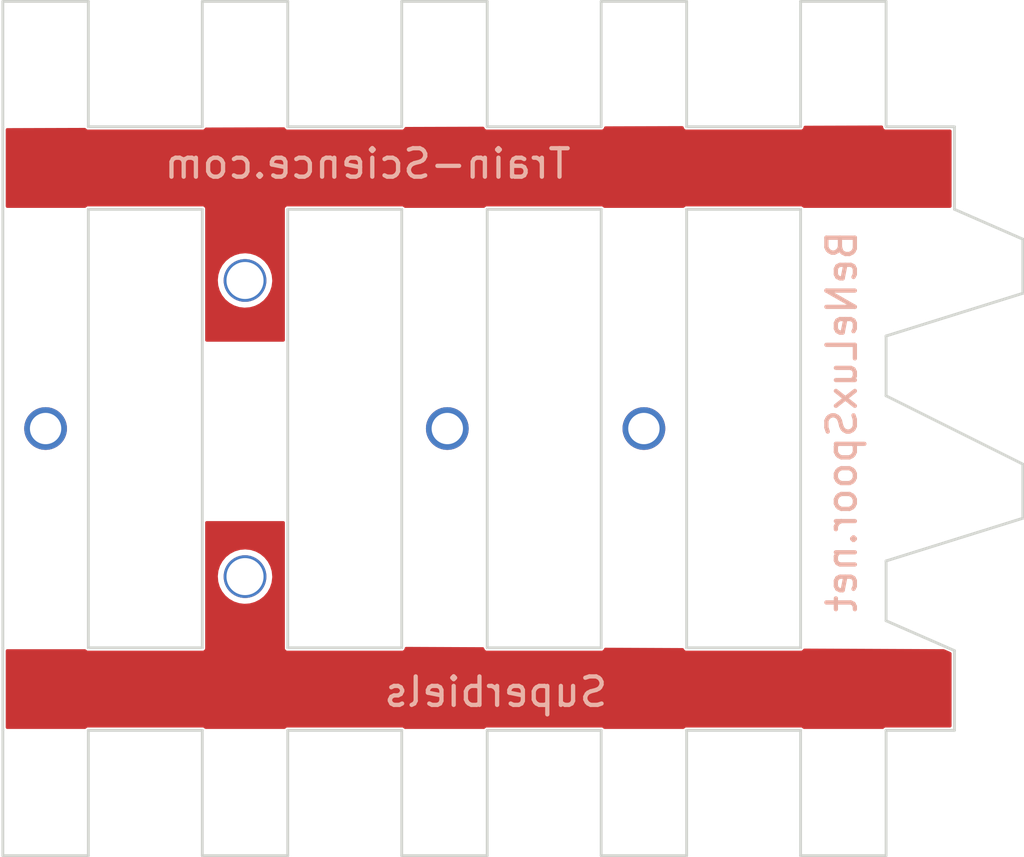
<source format=kicad_pcb>
(kicad_pcb (version 20211014) (generator pcbnew)

  (general
    (thickness 1.6)
  )

  (paper "A4")
  (layers
    (0 "F.Cu" signal)
    (31 "B.Cu" signal)
    (32 "B.Adhes" user "B.Adhesive")
    (33 "F.Adhes" user "F.Adhesive")
    (34 "B.Paste" user)
    (35 "F.Paste" user)
    (36 "B.SilkS" user "B.Silkscreen")
    (37 "F.SilkS" user "F.Silkscreen")
    (38 "B.Mask" user)
    (39 "F.Mask" user)
    (40 "Dwgs.User" user "User.Drawings")
    (41 "Cmts.User" user "User.Comments")
    (42 "Eco1.User" user "User.Eco1")
    (43 "Eco2.User" user "User.Eco2")
    (44 "Edge.Cuts" user)
    (45 "Margin" user)
    (46 "B.CrtYd" user "B.Courtyard")
    (47 "F.CrtYd" user "F.Courtyard")
    (48 "B.Fab" user)
    (49 "F.Fab" user)
    (50 "User.1" user)
    (51 "User.2" user)
    (52 "User.3" user)
    (53 "User.4" user)
    (54 "User.5" user)
    (55 "User.6" user)
    (56 "User.7" user)
    (57 "User.8" user)
    (58 "User.9" user)
  )

  (setup
    (pad_to_mask_clearance 0)
    (pcbplotparams
      (layerselection 0x00010fc_ffffffff)
      (disableapertmacros false)
      (usegerberextensions false)
      (usegerberattributes true)
      (usegerberadvancedattributes true)
      (creategerberjobfile true)
      (svguseinch false)
      (svgprecision 6)
      (excludeedgelayer true)
      (plotframeref false)
      (viasonmask false)
      (mode 1)
      (useauxorigin false)
      (hpglpennumber 1)
      (hpglpenspeed 20)
      (hpglpendiameter 15.000000)
      (dxfpolygonmode true)
      (dxfimperialunits true)
      (dxfusepcbnewfont true)
      (psnegative false)
      (psa4output false)
      (plotreference true)
      (plotvalue true)
      (plotinvisibletext false)
      (sketchpadsonfab false)
      (subtractmaskfromsilk false)
      (outputformat 1)
      (mirror false)
      (drillshape 1)
      (scaleselection 1)
      (outputdirectory "")
    )
  )

  (net 0 "")

  (gr_line (start 48.1 63.45) (end 48.1 48.05) (layer "Edge.Cuts") (width 0.1) (tstamp 003905e4-01fb-428b-b339-f16b2059c24b))
  (gr_line (start 48.1 70.75) (end 48.1 66.35) (layer "Edge.Cuts") (width 0.1) (tstamp 018ad820-341b-4f9b-85da-dc77325a8a9e))
  (gr_line (start 66.1 66.35) (end 62.1 66.35) (layer "Edge.Cuts") (width 0.1) (tstamp 0bec0509-18d3-446f-904e-26749f47c245))
  (gr_line (start 52.1 63.45) (end 48.1 63.45) (layer "Edge.Cuts") (width 0.1) (tstamp 0dc4b647-25ca-4c93-b06f-3c8804aad3c5))
  (gr_line (start 45.1 40.75) (end 45.1 45.15) (layer "Edge.Cuts") (width 0.1) (tstamp 12b96a46-3680-40a5-ad79-acf818a2fbb4))
  (gr_line (start 80.9 49.1) (end 78.5 48.05) (layer "Edge.Cuts") (width 0.1) (tstamp 1827d11c-71d2-4d10-bf59-c0c8579e95ef))
  (gr_line (start 62.1 63.45) (end 62.1 48.05) (layer "Edge.Cuts") (width 0.1) (tstamp 18764b6c-f451-4cbb-a3bd-530dbc843024))
  (gr_line (start 59.1 66.35) (end 55.1 66.35) (layer "Edge.Cuts") (width 0.1) (tstamp 190a44c3-2f4b-4010-91eb-2dc1753f7a6a))
  (gr_line (start 73.1 66.35) (end 69.1 66.35) (layer "Edge.Cuts") (width 0.1) (tstamp 22baf77a-eb9f-415a-9d7b-fa005dacd974))
  (gr_line (start 59.1 63.45) (end 59.1 48.05) (layer "Edge.Cuts") (width 0.1) (tstamp 25f46495-d7b6-4f20-8c3f-df1a8bdc6b59))
  (gr_line (start 76.1 60.4) (end 76.1 62.5) (layer "Edge.Cuts") (width 0.1) (tstamp 2b6268c4-71ed-42e5-96ed-a030dc7fb64b))
  (gr_line (start 52.1 40.75) (end 55.1 40.75) (layer "Edge.Cuts") (width 0.1) (tstamp 2e23abce-7e8b-40a4-a00f-ed7325b758ca))
  (gr_line (start 48.1 70.75) (end 45.1 70.75) (layer "Edge.Cuts") (width 0.1) (tstamp 2f3308a5-1b59-472e-bca8-b26c6003ff75))
  (gr_line (start 76.1 60.4) (end 80.9 58.9) (layer "Edge.Cuts") (width 0.1) (tstamp 3563a4ec-064b-4cbe-bf24-3a28ae307415))
  (gr_line (start 45.1 66.35) (end 45.1 63.45) (layer "Edge.Cuts") (width 0.1) (tstamp 369aa28f-8c00-4916-abb6-15658984cd6d))
  (gr_line (start 66.1 70.75) (end 66.1 66.35) (layer "Edge.Cuts") (width 0.1) (tstamp 375caf9c-1e82-448e-90b6-920008732b92))
  (gr_line (start 78.5 63.55) (end 78.5 66.35) (layer "Edge.Cuts") (width 0.1) (tstamp 3a07dff8-6f98-4ef0-af88-da78135a5e95))
  (gr_line (start 45.1 40.75) (end 48.1 40.75) (layer "Edge.Cuts") (width 0.1) (tstamp 3df21dad-7f1f-4685-9671-f09828a7ba54))
  (gr_line (start 78.5 45.15) (end 78.5 48.05) (layer "Edge.Cuts") (width 0.1) (tstamp 3eed3bea-dde3-4b9e-a8ce-c8b1a530ff10))
  (gr_line (start 52.1 63.45) (end 52.1 48.05) (layer "Edge.Cuts") (width 0.1) (tstamp 47f108f8-c777-493c-bacb-84f33ae77313))
  (gr_line (start 52.1 66.35) (end 48.1 66.35) (layer "Edge.Cuts") (width 0.1) (tstamp 4a0a2835-8d81-4a69-8a89-baf1a2176942))
  (gr_line (start 62.1 40.75) (end 62.1 45.15) (layer "Edge.Cuts") (width 0.1) (tstamp 4a26786e-7f55-4362-82be-4ceb3c1bde12))
  (gr_line (start 69.1 63.45) (end 69.1 48.05) (layer "Edge.Cuts") (width 0.1) (tstamp 4c7dd28b-1537-42bd-b056-ed1c8f175de1))
  (gr_line (start 76.1 70.75) (end 76.1 66.35) (layer "Edge.Cuts") (width 0.1) (tstamp 4cfcc2e7-05aa-4bf0-8bc3-09cf1e555d8d))
  (gr_line (start 55.1 63.45) (end 55.1 48.05) (layer "Edge.Cuts") (width 0.1) (tstamp 4d3d4e32-a6d8-4b88-89ae-37fd785e719a))
  (gr_line (start 76.1 52.5) (end 76.1 54.6) (layer "Edge.Cuts") (width 0.1) (tstamp 4d481525-fc8e-40f3-b82a-caa5bbec55cf))
  (gr_line (start 59.1 48.05) (end 55.1 48.05) (layer "Edge.Cuts") (width 0.1) (tstamp 4d7a2c1e-a730-4381-8ef0-7e9ed5131555))
  (gr_line (start 69.1 70.75) (end 66.1 70.75) (layer "Edge.Cuts") (width 0.1) (tstamp 52870d4a-56ff-4b2a-9f6f-bb78d04ab6d6))
  (gr_line (start 69.1 45.15) (end 73.1 45.15) (layer "Edge.Cuts") (width 0.1) (tstamp 55723b91-ef42-4ac0-968e-3155968bce5a))
  (gr_line (start 59.1 70.75) (end 59.1 66.35) (layer "Edge.Cuts") (width 0.1) (tstamp 56bf956e-ea25-439c-991d-16ce38ded269))
  (gr_line (start 48.1 45.15) (end 52.1 45.15) (layer "Edge.Cuts") (width 0.1) (tstamp 57876d64-4ba0-4062-96f1-cdd7b680ff14))
  (gr_line (start 80.9 57) (end 80.9 58.9) (layer "Edge.Cuts") (width 0.1) (tstamp 578fa415-04a4-46e7-b1a7-07fb34e0efc3))
  (gr_line (start 76.1 40.75) (end 76.1 45.15) (layer "Edge.Cuts") (width 0.1) (tstamp 57c627c7-3928-4c1a-9e8d-119af173bb58))
  (gr_line (start 80.9 57) (end 76.1 54.6) (layer "Edge.Cuts") (width 0.1) (tstamp 57f9b45c-2a59-4e6d-a05a-7733c447edc9))
  (gr_line (start 73.1 40.75) (end 76.1 40.75) (layer "Edge.Cuts") (width 0.1) (tstamp 580a96df-56d7-42ae-8319-98663793a4b5))
  (gr_line (start 55.1 40.75) (end 55.1 45.15) (layer "Edge.Cuts") (width 0.1) (tstamp 594b9326-a7f1-41aa-a8d9-80a83cbb8fa8))
  (gr_line (start 52.1 40.75) (end 52.1 45.15) (layer "Edge.Cuts") (width 0.1) (tstamp 6a7143b0-1285-44de-adf8-1b6289afde83))
  (gr_line (start 76.1 45.15) (end 78.5 45.15) (layer "Edge.Cuts") (width 0.1) (tstamp 6ad4f33a-5cb3-4114-a28e-2498356df782))
  (gr_line (start 45.1 70.75) (end 45.1 66.35) (layer "Edge.Cuts") (width 0.1) (tstamp 6ccfcd43-d8b4-486a-9d59-a063445abf6a))
  (gr_line (start 80.9 49.1) (end 80.9 51) (layer "Edge.Cuts") (width 0.1) (tstamp 6d763e35-07ef-486d-98dd-da816e9bcd8c))
  (gr_line (start 66.1 63.45) (end 66.1 48.05) (layer "Edge.Cuts") (width 0.1) (tstamp 6e1977eb-0d3a-4919-a917-26ee71d68ad1))
  (gr_line (start 45.1 48.05) (end 45.1 45.15) (layer "Edge.Cuts") (width 0.1) (tstamp 70677c97-fed8-45ef-9c09-8c4308714e06))
  (gr_line (start 66.1 48.05) (end 62.1 48.05) (layer "Edge.Cuts") (width 0.1) (tstamp 71b2b9ed-3c4d-4e9e-8945-1744314d7aac))
  (gr_line (start 59.1 40.75) (end 62.1 40.75) (layer "Edge.Cuts") (width 0.1) (tstamp 73f940a7-8464-4fc5-8f9e-eeb5b1bd1702))
  (gr_line (start 76.1 70.75) (end 73.1 70.75) (layer "Edge.Cuts") (width 0.1) (tstamp 75503e65-3eea-41ad-a6a3-9e5ae8d3bfd7))
  (gr_line (start 52.1 70.75) (end 52.1 66.35) (layer "Edge.Cuts") (width 0.1) (tstamp 7802fd8c-ab4d-44e4-b485-c6e5ebfb31ce))
  (gr_line (start 66.1 40.75) (end 69.1 40.75) (layer "Edge.Cuts") (width 0.1) (tstamp 781ca4d0-d125-44a9-98dd-516d779ed00c))
  (gr_line (start 62.1 70.75) (end 62.1 66.35) (layer "Edge.Cuts") (width 0.1) (tstamp 785f477a-e302-4069-93ff-a8bd919909d7))
  (gr_line (start 52.1 48.05) (end 48.1 48.05) (layer "Edge.Cuts") (width 0.1) (tstamp 7db74485-75fc-4694-a591-516f71837388))
  (gr_line (start 73.1 48.05) (end 69.1 48.05) (layer "Edge.Cuts") (width 0.1) (tstamp 89fb98d0-d2d7-424d-8b81-ea8405b767db))
  (gr_line (start 55.1 45.15) (end 59.1 45.15) (layer "Edge.Cuts") (width 0.1) (tstamp 8ae3dfaf-346e-4a71-b6b7-2c08c5ec7a71))
  (gr_line (start 48.1 40.75) (end 48.1 45.15) (layer "Edge.Cuts") (width 0.1) (tstamp 98e98f6f-d27e-4b79-b090-30dd99d26977))
  (gr_line (start 66.1 40.75) (end 66.1 45.15) (layer "Edge.Cuts") (width 0.1) (tstamp 9fdb35b4-c13d-4376-a950-587b68b233c7))
  (gr_line (start 69.1 40.75) (end 69.1 45.15) (layer "Edge.Cuts") (width 0.1) (tstamp a2b798e2-f732-437a-a3ca-8b90d9445e94))
  (gr_line (start 78.5 66.35) (end 76.1 66.35) (layer "Edge.Cuts") (width 0.1) (tstamp a49c994e-10cc-4fc1-85cc-a78ab6d22ca6))
  (gr_line (start 73.1 70.75) (end 73.1 66.35) (layer "Edge.Cuts") (width 0.1) (tstamp a57ada32-0bd4-418f-ad72-aaba4fe4ebd9))
  (gr_line (start 55.1 70.75) (end 52.1 70.75) (layer "Edge.Cuts") (width 0.1) (tstamp b1055e3e-3f2c-46d4-9f12-619f887a3f3c))
  (gr_line (start 55.1 70.75) (end 55.1 66.35) (layer "Edge.Cuts") (width 0.1) (tstamp b616ffb9-1225-40be-abce-25e72ee1a9f3))
  (gr_line (start 73.1 63.45) (end 69.1 63.45) (layer "Edge.Cuts") (width 0.1) (tstamp c17430b9-d73b-49eb-aca5-5bac83f79209))
  (gr_line (start 62.1 70.75) (end 59.1 70.75) (layer "Edge.Cuts") (width 0.1) (tstamp c603f7b7-70b1-4bc3-b85d-0d042d33dd9a))
  (gr_line (start 62.1 45.15) (end 66.1 45.15) (layer "Edge.Cuts") (width 0.1) (tstamp c9a5ffe9-6b8c-4a6f-9ff5-cfe8a48abafd))
  (gr_line (start 73.1 63.45) (end 73.1 48.05) (layer "Edge.Cuts") (width 0.1) (tstamp d1cc3e41-49f2-4f1b-b93e-ee52dbec70ed))
  (gr_line (start 66.1 63.45) (end 62.1 63.45) (layer "Edge.Cuts") (width 0.1) (tstamp d3136ece-c893-43e7-92bd-0b6573b38bcf))
  (gr_line (start 59.1 40.75) (end 59.1 45.15) (layer "Edge.Cuts") (width 0.1) (tstamp d6f27066-2058-4763-9b08-bbeaac20c16c))
  (gr_line (start 73.1 40.75) (end 73.1 45.15) (layer "Edge.Cuts") (width 0.1) (tstamp da00db20-76f5-4f92-9b94-3a2b8e6a3c06))
  (gr_line (start 59.1 63.45) (end 55.1 63.45) (layer "Edge.Cuts") (width 0.1) (tstamp e11442b6-92e0-4cd5-a58f-7e3639a177e7))
  (gr_line (start 69.1 70.75) (end 69.1 66.35) (layer "Edge.Cuts") (width 0.1) (tstamp e88d5563-c9d3-4be7-8ca3-fb96050a07c6))
  (gr_line (start 45.1 63.45) (end 45.1 48.05) (layer "Edge.Cuts") (width 0.1) (tstamp ea55a9b3-6b76-490a-a522-d3b5387aca23))
  (gr_line (start 76.1 52.5) (end 80.9 51) (layer "Edge.Cuts") (width 0.1) (tstamp f82663ff-9cfb-45bb-9331-a851fd28c16d))
  (gr_line (start 78.5 63.55) (end 76.1 62.5) (layer "Edge.Cuts") (width 0.1) (tstamp f8ccff42-5025-483b-ba75-d9de213ae070))
  (gr_text "Superbiels" (at 62.4 65) (layer "B.SilkS") (tstamp 712a1c17-96a2-428f-8edc-1afcf35b3da4)
    (effects (font (size 1 1) (thickness 0.15)) (justify mirror))
  )
  (gr_text "BeNeLuxSpoor.net" (at 74.55 55.5 90) (layer "B.SilkS") (tstamp e1c13750-c651-4364-bd7c-12b11fa8c459)
    (effects (font (size 1 1) (thickness 0.15)) (justify mirror))
  )
  (gr_text "Train-Science.com" (at 57.9 46.45) (layer "B.SilkS") (tstamp fcd20e74-70fc-43f8-8c83-d4791605da87)
    (effects (font (size 1 1) (thickness 0.15)) (justify mirror))
  )

  (via (at 60.7 55.75) (size 1.5) (drill 1.1) (layers "F.Cu" "B.Cu") (free) (net 0) (tstamp 3f35ae55-5fb5-4cf2-bd4c-3eeb87c22159))
  (via (at 67.6 55.75) (size 1.5) (drill 1.1) (layers "F.Cu" "B.Cu") (free) (net 0) (tstamp 4a1d7e4a-a82b-4d35-a0b8-259ccbcdc617))
  (via (at 53.6 60.95) (size 1.5) (drill 1.3) (layers "F.Cu" "B.Cu") (free) (net 0) (tstamp 60a34e88-113e-410a-89c3-7ac1f464a36e))
  (via (at 53.6 50.55) (size 1.5) (drill 1.3) (layers "F.Cu" "B.Cu") (free) (net 0) (tstamp b16f2c79-169f-4bf6-998a-daf9bf6472d9))
  (via (at 46.6 55.75) (size 1.5) (drill 1.1) (layers "F.Cu" "B.Cu") (free) (net 0) (tstamp d07a7dda-b3b0-427b-a751-d14e838abbfa))

  (zone (net 0) (net_name "") (layer "F.Cu") (tstamp 220f48a6-50ee-4c33-b0e0-dd8bca201fd8) (hatch edge 0.508)
    (connect_pads (clearance 0.1))
    (min_thickness 0.1) (filled_areas_thickness no)
    (fill yes (thermal_gap 0.2) (thermal_bridge_width 0.1))
    (polygon
      (pts
        (xy 78.6 48)
        (xy 55.1 48)
        (xy 55.1 52.7)
        (xy 52.1 52.7)
        (xy 52.1 48)
        (xy 45 48)
        (xy 45 45.2)
        (xy 45.1 45.2)
        (xy 78.5 45.1)
      )
    )
    (filled_polygon
      (layer "F.Cu")
      (island)
      (pts
        (xy 75.985044 45.121882)
        (xy 75.9995 45.156634)
        (xy 75.9995 45.182654)
        (xy 76.004061 45.188932)
        (xy 76.004062 45.188934)
        (xy 76.004776 45.189916)
        (xy 76.011734 45.203572)
        (xy 76.01211 45.204729)
        (xy 76.012111 45.20473)
        (xy 76.01451 45.212112)
        (xy 76.021774 45.21739)
        (xy 76.03261 45.228226)
        (xy 76.037888 45.23549)
        (xy 76.045269 45.237888)
        (xy 76.045271 45.23789)
        (xy 76.046428 45.238266)
        (xy 76.060084 45.245224)
        (xy 76.061066 45.245938)
        (xy 76.061068 45.245939)
        (xy 76.067346 45.2505)
        (xy 78.3505 45.2505)
        (xy 78.385148 45.264852)
        (xy 78.3995 45.2995)
        (xy 78.3995 47.951)
        (xy 78.385148 47.985648)
        (xy 78.3505 48)
        (xy 73.216293 48)
        (xy 73.185853 47.987391)
        (xy 73.185491 47.987889)
        (xy 73.183417 47.986382)
        (xy 73.183418 47.986382)
        (xy 73.178226 47.98261)
        (xy 73.167388 47.971772)
        (xy 73.162112 47.96451)
        (xy 73.154731 47.962112)
        (xy 73.154729 47.96211)
        (xy 73.153572 47.961734)
        (xy 73.139916 47.954776)
        (xy 73.138934 47.954062)
        (xy 73.138932 47.954061)
        (xy 73.132654 47.9495)
        (xy 69.067346 47.9495)
        (xy 69.061068 47.954061)
        (xy 69.061066 47.954062)
        (xy 69.060084 47.954776)
        (xy 69.046428 47.961734)
        (xy 69.045271 47.96211)
        (xy 69.045269 47.962112)
        (xy 69.037888 47.96451)
        (xy 69.032612 47.971772)
        (xy 69.021774 47.98261)
        (xy 69.017593 47.985648)
        (xy 69.014509 47.987889)
        (xy 69.013166 47.986041)
        (xy 68.991374 47.999396)
        (xy 68.983707 48)
        (xy 66.216293 48)
        (xy 66.185853 47.987391)
        (xy 66.185491 47.987889)
        (xy 66.183417 47.986382)
        (xy 66.183418 47.986382)
        (xy 66.178226 47.98261)
        (xy 66.167388 47.971772)
        (xy 66.162112 47.96451)
        (xy 66.154731 47.962112)
        (xy 66.154729 47.96211)
        (xy 66.153572 47.961734)
        (xy 66.139916 47.954776)
        (xy 66.138934 47.954062)
        (xy 66.138932 47.954061)
        (xy 66.132654 47.9495)
        (xy 62.067346 47.9495)
        (xy 62.061068 47.954061)
        (xy 62.061066 47.954062)
        (xy 62.060084 47.954776)
        (xy 62.046428 47.961734)
        (xy 62.045271 47.96211)
        (xy 62.045269 47.962112)
        (xy 62.037888 47.96451)
        (xy 62.032612 47.971772)
        (xy 62.021774 47.98261)
        (xy 62.017593 47.985648)
        (xy 62.014509 47.987889)
        (xy 62.013166 47.986041)
        (xy 61.991374 47.999396)
        (xy 61.983707 48)
        (xy 59.216293 48)
        (xy 59.185853 47.987391)
        (xy 59.185491 47.987889)
        (xy 59.183417 47.986382)
        (xy 59.183418 47.986382)
        (xy 59.178226 47.98261)
        (xy 59.167388 47.971772)
        (xy 59.162112 47.96451)
        (xy 59.154731 47.962112)
        (xy 59.154729 47.96211)
        (xy 59.153572 47.961734)
        (xy 59.139916 47.954776)
        (xy 59.138934 47.954062)
        (xy 59.138932 47.954061)
        (xy 59.132654 47.9495)
        (xy 55.067346 47.9495)
        (xy 55.061068 47.954061)
        (xy 55.061066 47.954062)
        (xy 55.060084 47.954776)
        (xy 55.046428 47.961734)
        (xy 55.045271 47.96211)
        (xy 55.045269 47.962112)
        (xy 55.037888 47.96451)
        (xy 55.032612 47.971772)
        (xy 55.021774 47.98261)
        (xy 55.01451 47.987888)
        (xy 55.012112 47.995269)
        (xy 55.01211 47.995271)
        (xy 55.011734 47.996428)
        (xy 55.004776 48.010084)
        (xy 55.004062 48.011066)
        (xy 55.004061 48.011068)
        (xy 54.9995 48.017346)
        (xy 54.9995 52.651)
        (xy 54.985148 52.685648)
        (xy 54.9505 52.7)
        (xy 52.2495 52.7)
        (xy 52.214852 52.685648)
        (xy 52.2005 52.651)
        (xy 52.2005 50.536665)
        (xy 52.644994 50.536665)
        (xy 52.645194 50.539047)
        (xy 52.645194 50.539051)
        (xy 52.646229 50.551371)
        (xy 52.660592 50.722414)
        (xy 52.711971 50.901595)
        (xy 52.713065 50.903724)
        (xy 52.713066 50.903726)
        (xy 52.763157 51.001191)
        (xy 52.797176 51.067385)
        (xy 52.798662 51.06926)
        (xy 52.798664 51.069263)
        (xy 52.899261 51.196185)
        (xy 52.912959 51.213468)
        (xy 53.054912 51.334279)
        (xy 53.217627 51.425217)
        (xy 53.261231 51.439385)
        (xy 53.392625 51.482078)
        (xy 53.392629 51.482079)
        (xy 53.394907 51.482819)
        (xy 53.579998 51.50489)
        (xy 53.672924 51.49774)
        (xy 53.763466 51.490773)
        (xy 53.763471 51.490772)
        (xy 53.765851 51.490589)
        (xy 53.945387 51.440462)
        (xy 53.947516 51.439387)
        (xy 53.94752 51.439385)
        (xy 54.109628 51.357498)
        (xy 54.111768 51.356417)
        (xy 54.258655 51.241656)
        (xy 54.380454 51.10055)
        (xy 54.398228 51.069263)
        (xy 54.471341 50.94056)
        (xy 54.472526 50.938474)
        (xy 54.48556 50.899294)
        (xy 54.530608 50.763873)
        (xy 54.531364 50.761601)
        (xy 54.554727 50.576668)
        (xy 54.555099 50.55)
        (xy 54.536909 50.364487)
        (xy 54.483033 50.18604)
        (xy 54.395522 50.021456)
        (xy 54.27771 49.877005)
        (xy 54.134085 49.758187)
        (xy 53.970116 49.669529)
        (xy 53.967831 49.668822)
        (xy 53.967827 49.66882)
        (xy 53.794336 49.615117)
        (xy 53.794337 49.615117)
        (xy 53.792049 49.614409)
        (xy 53.744652 49.609427)
        (xy 53.609051 49.595174)
        (xy 53.609046 49.595174)
        (xy 53.606668 49.594924)
        (xy 53.604283 49.595141)
        (xy 53.604278 49.595141)
        (xy 53.51385 49.603371)
        (xy 53.421032 49.611818)
        (xy 53.319284 49.641765)
        (xy 53.244513 49.663771)
        (xy 53.24451 49.663772)
        (xy 53.242214 49.664448)
        (xy 53.077023 49.750807)
        (xy 53.075159 49.752306)
        (xy 53.075157 49.752307)
        (xy 52.933617 49.866108)
        (xy 52.933614 49.866111)
        (xy 52.931752 49.867608)
        (xy 52.930213 49.869442)
        (xy 52.930212 49.869443)
        (xy 52.885666 49.922532)
        (xy 52.811935 50.010401)
        (xy 52.722135 50.173746)
        (xy 52.665772 50.351424)
        (xy 52.644994 50.536665)
        (xy 52.2005 50.536665)
        (xy 52.2005 48.017346)
        (xy 52.195939 48.011068)
        (xy 52.195938 48.011066)
        (xy 52.195224 48.010084)
        (xy 52.188266 47.996428)
        (xy 52.18789 47.995271)
        (xy 52.187888 47.995269)
        (xy 52.18549 47.987888)
        (xy 52.178226 47.98261)
        (xy 52.167388 47.971772)
        (xy 52.162112 47.96451)
        (xy 52.154731 47.962112)
        (xy 52.154729 47.96211)
        (xy 52.153572 47.961734)
        (xy 52.139916 47.954776)
        (xy 52.138934 47.954062)
        (xy 52.138932 47.954061)
        (xy 52.132654 47.9495)
        (xy 48.067346 47.9495)
        (xy 48.061068 47.954061)
        (xy 48.061066 47.954062)
        (xy 48.060084 47.954776)
        (xy 48.046428 47.961734)
        (xy 48.045271 47.96211)
        (xy 48.045269 47.962112)
        (xy 48.037888 47.96451)
        (xy 48.032612 47.971772)
        (xy 48.021774 47.98261)
        (xy 48.017593 47.985648)
        (xy 48.014509 47.987889)
        (xy 48.013166 47.986041)
        (xy 47.991374 47.999396)
        (xy 47.983707 48)
        (xy 45.2495 48)
        (xy 45.214852 47.985648)
        (xy 45.2005 47.951)
        (xy 45.2005 45.248553)
        (xy 45.214852 45.213905)
        (xy 45.249353 45.199553)
        (xy 46.097823 45.197013)
        (xy 47.977302 45.191385)
        (xy 48.011992 45.205633)
        (xy 48.012657 45.206409)
        (xy 48.01451 45.212112)
        (xy 48.021774 45.21739)
        (xy 48.03261 45.228226)
        (xy 48.037888 45.23549)
        (xy 48.045269 45.237888)
        (xy 48.045271 45.23789)
        (xy 48.046428 45.238266)
        (xy 48.060084 45.245224)
        (xy 48.061066 45.245938)
        (xy 48.061068 45.245939)
        (xy 48.067346 45.2505)
        (xy 52.132654 45.2505)
        (xy 52.138932 45.245939)
        (xy 52.138934 45.245938)
        (xy 52.139916 45.245224)
        (xy 52.153572 45.238266)
        (xy 52.154729 45.23789)
        (xy 52.154731 45.237888)
        (xy 52.162112 45.23549)
        (xy 52.16739 45.228226)
        (xy 52.178226 45.21739)
        (xy 52.18549 45.212112)
        (xy 52.187887 45.204736)
        (xy 52.192166 45.198846)
        (xy 52.224143 45.179251)
        (xy 52.23166 45.178648)
        (xy 54.965229 45.170464)
        (xy 54.99992 45.184712)
        (xy 55.011977 45.204319)
        (xy 55.012111 45.204729)
        (xy 55.01451 45.212112)
        (xy 55.021774 45.21739)
        (xy 55.03261 45.228226)
        (xy 55.037888 45.23549)
        (xy 55.045269 45.237888)
        (xy 55.045271 45.23789)
        (xy 55.046428 45.238266)
        (xy 55.060084 45.245224)
        (xy 55.061066 45.245938)
        (xy 55.061068 45.245939)
        (xy 55.067346 45.2505)
        (xy 59.132654 45.2505)
        (xy 59.138932 45.245939)
        (xy 59.138934 45.245938)
        (xy 59.139916 45.245224)
        (xy 59.153572 45.238266)
        (xy 59.154729 45.23789)
        (xy 59.154731 45.237888)
        (xy 59.162112 45.23549)
        (xy 59.16739 45.228226)
        (xy 59.178226 45.21739)
        (xy 59.18549 45.212112)
        (xy 59.187889 45.20473)
        (xy 59.18789 45.204729)
        (xy 59.188266 45.203572)
        (xy 59.195224 45.189916)
        (xy 59.200499 45.182655)
        (xy 59.201838 45.183627)
        (xy 59.219455 45.163001)
        (xy 59.241552 45.15766)
        (xy 60.107841 45.155067)
        (xy 61.955513 45.149535)
        (xy 61.990204 45.163783)
        (xy 61.9995 45.178901)
        (xy 61.9995 45.182654)
        (xy 62.004061 45.188932)
        (xy 62.004062 45.188934)
        (xy 62.004776 45.189916)
        (xy 62.011734 45.203572)
        (xy 62.01211 45.204729)
        (xy 62.012111 45.20473)
        (xy 62.01451 45.212112)
        (xy 62.021774 45.21739)
        (xy 62.03261 45.228226)
        (xy 62.037888 45.23549)
        (xy 62.045269 45.237888)
        (xy 62.045271 45.23789)
        (xy 62.046428 45.238266)
        (xy 62.060084 45.245224)
        (xy 62.061066 45.245938)
        (xy 62.061068 45.245939)
        (xy 62.067346 45.2505)
        (xy 66.132654 45.2505)
        (xy 66.138932 45.245939)
        (xy 66.138934 45.245938)
        (xy 66.139916 45.245224)
        (xy 66.153572 45.238266)
        (xy 66.154729 45.23789)
        (xy 66.154731 45.237888)
        (xy 66.162112 45.23549)
        (xy 66.16739 45.228226)
        (xy 66.178226 45.21739)
        (xy 66.18549 45.212112)
        (xy 66.187889 45.20473)
        (xy 66.18789 45.204729)
        (xy 66.188266 45.203572)
        (xy 66.195224 45.189916)
        (xy 66.195938 45.188934)
        (xy 66.195939 45.188932)
        (xy 66.2005 45.182654)
        (xy 66.2005 45.174892)
        (xy 66.201914 45.17054)
        (xy 66.22627 45.142023)
        (xy 66.248369 45.136682)
        (xy 68.502095 45.129934)
        (xy 68.950353 45.128592)
        (xy 68.985044 45.14284)
        (xy 68.995521 45.168026)
        (xy 68.997102 45.167512)
        (xy 68.9995 45.174892)
        (xy 68.9995 45.182654)
        (xy 69.004061 45.188932)
        (xy 69.004062 45.188934)
        (xy 69.004776 45.189916)
        (xy 69.011734 45.203572)
        (xy 69.01211 45.204729)
        (xy 69.012111 45.20473)
        (xy 69.01451 45.212112)
        (xy 69.021774 45.21739)
        (xy 69.03261 45.228226)
        (xy 69.037888 45.23549)
        (xy 69.045269 45.237888)
        (xy 69.045271 45.23789)
        (xy 69.046428 45.238266)
        (xy 69.060084 45.245224)
        (xy 69.061066 45.245938)
        (xy 69.061068 45.245939)
        (xy 69.067346 45.2505)
        (xy 73.132654 45.2505)
        (xy 73.138932 45.245939)
        (xy 73.138934 45.245938)
        (xy 73.139916 45.245224)
        (xy 73.153572 45.238266)
        (xy 73.154729 45.23789)
        (xy 73.154731 45.237888)
        (xy 73.162112 45.23549)
        (xy 73.16739 45.228226)
        (xy 73.178226 45.21739)
        (xy 73.18549 45.212112)
        (xy 73.187889 45.20473)
        (xy 73.18789 45.204729)
        (xy 73.188266 45.203572)
        (xy 73.195224 45.189916)
        (xy 73.195938 45.188934)
        (xy 73.195939 45.188932)
        (xy 73.2005 45.182654)
        (xy 73.2005 45.164721)
        (xy 73.214852 45.130073)
        (xy 73.249353 45.115721)
        (xy 75.385005 45.109327)
        (xy 75.950353 45.107634)
      )
    )
  )
  (zone (net 0) (net_name "") (layer "F.Cu") (tstamp d355aa87-3536-48b3-b8d6-b594c245039f) (hatch edge 0.508)
    (connect_pads (clearance 0.1))
    (min_thickness 0.1) (filled_areas_thickness no)
    (fill yes (thermal_gap 0.2) (thermal_bridge_width 0.1))
    (polygon
      (pts
        (xy 55.1 63.4)
        (xy 78.5 63.5)
        (xy 78.5 66.3)
        (xy 45.1 66.3)
        (xy 45.1 63.5)
        (xy 52.1 63.5)
        (xy 52.1 59)
        (xy 55.1 59)
      )
    )
    (filled_polygon
      (layer "F.Cu")
      (island)
      (pts
        (xy 54.985148 59.014352)
        (xy 54.9995 59.049)
        (xy 54.9995 63.482654)
        (xy 55.004061 63.488932)
        (xy 55.004062 63.488934)
        (xy 55.004776 63.489916)
        (xy 55.011734 63.503572)
        (xy 55.01211 63.504729)
        (xy 55.012112 63.504731)
        (xy 55.01451 63.512112)
        (xy 55.021774 63.51739)
        (xy 55.03261 63.528226)
        (xy 55.037888 63.53549)
        (xy 55.045269 63.537888)
        (xy 55.045271 63.53789)
        (xy 55.046428 63.538266)
        (xy 55.060084 63.545224)
        (xy 55.061066 63.545938)
        (xy 55.061068 63.545939)
        (xy 55.067346 63.5505)
        (xy 59.132654 63.5505)
        (xy 59.138932 63.545939)
        (xy 59.138934 63.545938)
        (xy 59.139916 63.545224)
        (xy 59.153572 63.538266)
        (xy 59.154729 63.53789)
        (xy 59.154731 63.537888)
        (xy 59.162112 63.53549)
        (xy 59.16739 63.528226)
        (xy 59.178226 63.51739)
        (xy 59.18549 63.512112)
        (xy 59.187888 63.504731)
        (xy 59.18789 63.504729)
        (xy 59.188266 63.503572)
        (xy 59.195224 63.489916)
        (xy 59.195938 63.488934)
        (xy 59.195939 63.488932)
        (xy 59.2005 63.482654)
        (xy 59.2005 63.466734)
        (xy 59.214852 63.432086)
        (xy 59.249709 63.417734)
        (xy 61.950709 63.429277)
        (xy 61.985296 63.443777)
        (xy 61.995308 63.468095)
        (xy 61.997102 63.467512)
        (xy 61.9995 63.474892)
        (xy 61.9995 63.482654)
        (xy 62.004061 63.488932)
        (xy 62.004062 63.488934)
        (xy 62.004776 63.489916)
        (xy 62.011734 63.503572)
        (xy 62.01211 63.504729)
        (xy 62.012112 63.504731)
        (xy 62.01451 63.512112)
        (xy 62.021774 63.51739)
        (xy 62.03261 63.528226)
        (xy 62.037888 63.53549)
        (xy 62.045269 63.537888)
        (xy 62.045271 63.53789)
        (xy 62.046428 63.538266)
        (xy 62.060084 63.545224)
        (xy 62.061066 63.545938)
        (xy 62.061068 63.545939)
        (xy 62.067346 63.5505)
        (xy 66.132654 63.5505)
        (xy 66.138932 63.545939)
        (xy 66.138934 63.545938)
        (xy 66.139916 63.545224)
        (xy 66.153572 63.538266)
        (xy 66.154729 63.53789)
        (xy 66.154731 63.537888)
        (xy 66.162112 63.53549)
        (xy 66.16739 63.528226)
        (xy 66.178226 63.51739)
        (xy 66.18549 63.512112)
        (xy 66.187888 63.504731)
        (xy 66.18789 63.504729)
        (xy 66.188266 63.503572)
        (xy 66.195224 63.489916)
        (xy 66.195938 63.488933)
        (xy 66.2005 63.482654)
        (xy 66.2005 63.478979)
        (xy 66.222713 63.45297)
        (xy 66.245166 63.447629)
        (xy 68.763003 63.458389)
        (xy 68.959018 63.459227)
        (xy 68.993605 63.473727)
        (xy 68.999189 63.482882)
        (xy 68.999501 63.482655)
        (xy 69.004776 63.489916)
        (xy 69.011734 63.503572)
        (xy 69.01211 63.504729)
        (xy 69.012112 63.504731)
        (xy 69.01451 63.512112)
        (xy 69.021774 63.51739)
        (xy 69.03261 63.528226)
        (xy 69.037888 63.53549)
        (xy 69.045269 63.537888)
        (xy 69.045271 63.53789)
        (xy 69.046428 63.538266)
        (xy 69.060084 63.545224)
        (xy 69.061066 63.545938)
        (xy 69.061068 63.545939)
        (xy 69.067346 63.5505)
        (xy 73.132654 63.5505)
        (xy 73.138932 63.545939)
        (xy 73.138934 63.545938)
        (xy 73.139916 63.545224)
        (xy 73.153572 63.538266)
        (xy 73.154729 63.53789)
        (xy 73.154731 63.537888)
        (xy 73.162112 63.53549)
        (xy 73.16739 63.528226)
        (xy 73.178226 63.51739)
        (xy 73.18549 63.512112)
        (xy 73.187888 63.504732)
        (xy 73.19245 63.498453)
        (xy 73.195103 63.500381)
        (xy 73.210118 63.482819)
        (xy 73.23255 63.47749)
        (xy 78.121238 63.498382)
        (xy 78.140669 63.50249)
        (xy 78.37014 63.602883)
        (xy 78.396131 63.629919)
        (xy 78.3995 63.647775)
        (xy 78.3995 66.2005)
        (xy 78.385148 66.235148)
        (xy 78.3505 66.2495)
        (xy 76.067346 66.2495)
        (xy 76.061068 66.254061)
        (xy 76.061066 66.254062)
        (xy 76.060084 66.254776)
        (xy 76.046428 66.261734)
        (xy 76.045271 66.26211)
        (xy 76.045269 66.262112)
        (xy 76.037888 66.26451)
        (xy 76.032612 66.271772)
        (xy 76.021774 66.28261)
        (xy 76.0196 66.28419)
        (xy 76.014509 66.287889)
        (xy 76.013166 66.286041)
        (xy 75.991374 66.299396)
        (xy 75.983707 66.3)
        (xy 73.216293 66.3)
        (xy 73.185853 66.287391)
        (xy 73.185491 66.287889)
        (xy 73.183417 66.286382)
        (xy 73.183418 66.286382)
        (xy 73.178226 66.28261)
        (xy 73.167388 66.271772)
        (xy 73.162112 66.26451)
        (xy 73.154731 66.262112)
        (xy 73.154729 66.26211)
        (xy 73.153572 66.261734)
        (xy 73.139916 66.254776)
        (xy 73.138934 66.254062)
        (xy 73.138932 66.254061)
        (xy 73.132654 66.2495)
        (xy 69.067346 66.2495)
        (xy 69.061068 66.254061)
        (xy 69.061066 66.254062)
        (xy 69.060084 66.254776)
        (xy 69.046428 66.261734)
        (xy 69.045271 66.26211)
        (xy 69.045269 66.262112)
        (xy 69.037888 66.26451)
        (xy 69.032612 66.271772)
        (xy 69.021774 66.28261)
        (xy 69.0196 66.28419)
        (xy 69.014509 66.287889)
        (xy 69.013166 66.286041)
        (xy 68.991374 66.299396)
        (xy 68.983707 66.3)
        (xy 66.216293 66.3)
        (xy 66.185853 66.287391)
        (xy 66.185491 66.287889)
        (xy 66.183417 66.286382)
        (xy 66.183418 66.286382)
        (xy 66.178226 66.28261)
        (xy 66.167388 66.271772)
        (xy 66.162112 66.26451)
        (xy 66.154731 66.262112)
        (xy 66.154729 66.26211)
        (xy 66.153572 66.261734)
        (xy 66.139916 66.254776)
        (xy 66.138934 66.254062)
        (xy 66.138932 66.254061)
        (xy 66.132654 66.2495)
        (xy 62.067346 66.2495)
        (xy 62.061068 66.254061)
        (xy 62.061066 66.254062)
        (xy 62.060084 66.254776)
        (xy 62.046428 66.261734)
        (xy 62.045271 66.26211)
        (xy 62.045269 66.262112)
        (xy 62.037888 66.26451)
        (xy 62.032612 66.271772)
        (xy 62.021774 66.28261)
        (xy 62.0196 66.28419)
        (xy 62.014509 66.287889)
        (xy 62.013166 66.286041)
        (xy 61.991374 66.299396)
        (xy 61.983707 66.3)
        (xy 59.216293 66.3)
        (xy 59.185853 66.287391)
        (xy 59.185491 66.287889)
        (xy 59.183417 66.286382)
        (xy 59.183418 66.286382)
        (xy 59.178226 66.28261)
        (xy 59.167388 66.271772)
        (xy 59.162112 66.26451)
        (xy 59.154731 66.262112)
        (xy 59.154729 66.26211)
        (xy 59.153572 66.261734)
        (xy 59.139916 66.254776)
        (xy 59.138934 66.254062)
        (xy 59.138932 66.254061)
        (xy 59.132654 66.2495)
        (xy 55.067346 66.2495)
        (xy 55.061068 66.254061)
        (xy 55.061066 66.254062)
        (xy 55.060084 66.254776)
        (xy 55.046428 66.261734)
        (xy 55.045271 66.26211)
        (xy 55.045269 66.262112)
        (xy 55.037888 66.26451)
        (xy 55.032612 66.271772)
        (xy 55.021774 66.28261)
        (xy 55.0196 66.28419)
        (xy 55.014509 66.287889)
        (xy 55.013166 66.286041)
        (xy 54.991374 66.299396)
        (xy 54.983707 66.3)
        (xy 52.216293 66.3)
        (xy 52.185853 66.287391)
        (xy 52.185491 66.287889)
        (xy 52.183417 66.286382)
        (xy 52.183418 66.286382)
        (xy 52.178226 66.28261)
        (xy 52.167388 66.271772)
        (xy 52.162112 66.26451)
        (xy 52.154731 66.262112)
        (xy 52.154729 66.26211)
        (xy 52.153572 66.261734)
        (xy 52.139916 66.254776)
        (xy 52.138934 66.254062)
        (xy 52.138932 66.254061)
        (xy 52.132654 66.2495)
        (xy 48.067346 66.2495)
        (xy 48.061068 66.254061)
        (xy 48.061066 66.254062)
        (xy 48.060084 66.254776)
        (xy 48.046428 66.261734)
        (xy 48.045271 66.26211)
        (xy 48.045269 66.262112)
        (xy 48.037888 66.26451)
        (xy 48.032612 66.271772)
        (xy 48.021774 66.28261)
        (xy 48.0196 66.28419)
        (xy 48.014509 66.287889)
        (xy 48.013166 66.286041)
        (xy 47.991374 66.299396)
        (xy 47.983707 66.3)
        (xy 45.2495 66.3)
        (xy 45.214852 66.285648)
        (xy 45.2005 66.251)
        (xy 45.2005 63.549)
        (xy 45.214852 63.514352)
        (xy 45.2495 63.5)
        (xy 47.983707 63.5)
        (xy 48.014147 63.512609)
        (xy 48.014509 63.512111)
        (xy 48.01451 63.512112)
        (xy 48.021774 63.51739)
        (xy 48.03261 63.528226)
        (xy 48.037888 63.53549)
        (xy 48.045269 63.537888)
        (xy 48.045271 63.53789)
        (xy 48.046428 63.538266)
        (xy 48.060084 63.545224)
        (xy 48.061066 63.545938)
        (xy 48.061068 63.545939)
        (xy 48.067346 63.5505)
        (xy 52.132654 63.5505)
        (xy 52.138932 63.545939)
        (xy 52.138934 63.545938)
        (xy 52.139916 63.545224)
        (xy 52.153572 63.538266)
        (xy 52.154729 63.53789)
        (xy 52.154731 63.537888)
        (xy 52.162112 63.53549)
        (xy 52.16739 63.528226)
        (xy 52.178226 63.51739)
        (xy 52.18549 63.512112)
        (xy 52.187888 63.504731)
        (xy 52.18789 63.504729)
        (xy 52.188266 63.503572)
        (xy 52.195224 63.489916)
        (xy 52.195938 63.488934)
        (xy 52.195939 63.488932)
        (xy 52.2005 63.482654)
        (xy 52.2005 60.936665)
        (xy 52.644994 60.936665)
        (xy 52.645194 60.939047)
        (xy 52.645194 60.939051)
        (xy 52.646229 60.951371)
        (xy 52.660592 61.122414)
        (xy 52.711971 61.301595)
        (xy 52.797176 61.467385)
        (xy 52.798662 61.46926)
        (xy 52.798664 61.469263)
        (xy 52.899261 61.596185)
        (xy 52.912959 61.613468)
        (xy 53.054912 61.734279)
        (xy 53.217627 61.825217)
        (xy 53.261231 61.839385)
        (xy 53.392625 61.882078)
        (xy 53.392629 61.882079)
        (xy 53.394907 61.882819)
        (xy 53.579998 61.90489)
        (xy 53.672924 61.89774)
        (xy 53.763466 61.890773)
        (xy 53.763471 61.890772)
        (xy 53.765851 61.890589)
        (xy 53.945387 61.840462)
        (xy 53.947516 61.839387)
        (xy 53.94752 61.839385)
        (xy 54.109628 61.757498)
        (xy 54.111768 61.756417)
        (xy 54.258655 61.641656)
        (xy 54.380454 61.50055)
        (xy 54.398228 61.469263)
        (xy 54.471341 61.34056)
        (xy 54.472526 61.338474)
        (xy 54.48556 61.299294)
        (xy 54.530608 61.163873)
        (xy 54.531364 61.161601)
        (xy 54.554727 60.976668)
        (xy 54.555099 60.95)
        (xy 54.536909 60.764487)
        (xy 54.483033 60.58604)
        (xy 54.395522 60.421456)
        (xy 54.27771 60.277005)
        (xy 54.134085 60.158187)
        (xy 53.970116 60.069529)
        (xy 53.967831 60.068822)
        (xy 53.967827 60.06882)
        (xy 53.794336 60.015117)
        (xy 53.794337 60.015117)
        (xy 53.792049 60.014409)
        (xy 53.744652 60.009427)
        (xy 53.609051 59.995174)
        (xy 53.609046 59.995174)
        (xy 53.606668 59.994924)
        (xy 53.604283 59.995141)
        (xy 53.604278 59.995141)
        (xy 53.51385 60.003371)
        (xy 53.421032 60.011818)
        (xy 53.319284 60.041765)
        (xy 53.244513 60.063771)
        (xy 53.24451 60.063772)
        (xy 53.242214 60.064448)
        (xy 53.077023 60.150807)
        (xy 53.075159 60.152306)
        (xy 53.075157 60.152307)
        (xy 52.933617 60.266108)
        (xy 52.933614 60.266111)
        (xy 52.931752 60.267608)
        (xy 52.930213 60.269442)
        (xy 52.930212 60.269443)
        (xy 52.889175 60.318349)
        (xy 52.811935 60.410401)
        (xy 52.722135 60.573746)
        (xy 52.665772 60.751424)
        (xy 52.644994 60.936665)
        (xy 52.2005 60.936665)
        (xy 52.2005 59.049)
        (xy 52.214852 59.014352)
        (xy 52.2495 59)
        (xy 54.9505 59)
      )
    )
  )
  (zone (net 0) (net_name "") (layers "F.Paste" "F.Mask") (tstamp ac613fdf-25e1-4c0e-a4be-6cc7de2d8a9e) (hatch edge 0.508)
    (connect_pads (clearance 0.508))
    (min_thickness 0.254) (filled_areas_thickness no)
    (fill yes (thermal_gap 0.508) (thermal_bridge_width 0.508))
    (polygon
      (pts
        (xy 55.05 63.5)
        (xy 78.45 63.5)
        (xy 78.45 66.3)
        (xy 45.15 66.3)
        (xy 45.15 63.5)
        (xy 52.15 63.5)
        (xy 52.15 59)
        (xy 55.05 59)
      )
    )
    (filled_polygon
      (layer "F.Paste")
      (island)
      (pts
        (xy 54.992121 59.020002)
        (xy 55.038614 59.073658)
        (xy 55.05 59.126)
        (xy 55.05 63.481885)
        (xy 55.054475 63.497124)
        (xy 55.055865 63.498329)
        (xy 55.063548 63.5)
        (xy 78.324 63.5)
        (xy 78.392121 63.520002)
        (xy 78.438614 63.573658)
        (xy 78.45 63.626)
        (xy 78.45 66.174)
        (xy 78.429998 66.242121)
        (xy 78.376342 66.288614)
        (xy 78.324 66.3)
        (xy 45.276 66.3)
        (xy 45.207879 66.279998)
        (xy 45.161386 66.226342)
        (xy 45.15 66.174)
        (xy 45.15 63.626)
        (xy 45.170002 63.557879)
        (xy 45.223658 63.511386)
        (xy 45.276 63.5)
        (xy 52.131885 63.5)
        (xy 52.147124 63.495525)
        (xy 52.148329 63.494135)
        (xy 52.15 63.486452)
        (xy 52.15 59.126)
        (xy 52.170002 59.057879)
        (xy 52.223658 59.011386)
        (xy 52.276 59)
        (xy 54.924 59)
      )
    )
    (filled_polygon
      (layer "F.Mask")
      (island)
      (pts
        (xy 54.992121 59.020002)
        (xy 55.038614 59.073658)
        (xy 55.05 59.126)
        (xy 55.05 63.481885)
        (xy 55.054475 63.497124)
        (xy 55.055865 63.498329)
        (xy 55.063548 63.5)
        (xy 78.324 63.5)
        (xy 78.392121 63.520002)
        (xy 78.438614 63.573658)
        (xy 78.45 63.626)
        (xy 78.45 66.174)
        (xy 78.429998 66.242121)
        (xy 78.376342 66.288614)
        (xy 78.324 66.3)
        (xy 45.276 66.3)
        (xy 45.207879 66.279998)
        (xy 45.161386 66.226342)
        (xy 45.15 66.174)
        (xy 45.15 63.626)
        (xy 45.170002 63.557879)
        (xy 45.223658 63.511386)
        (xy 45.276 63.5)
        (xy 52.131885 63.5)
        (xy 52.147124 63.495525)
        (xy 52.148329 63.494135)
        (xy 52.15 63.486452)
        (xy 52.15 59.126)
        (xy 52.170002 59.057879)
        (xy 52.223658 59.011386)
        (xy 52.276 59)
        (xy 54.924 59)
      )
    )
  )
  (zone (net 0) (net_name "") (layers "F.Paste" "F.Mask") (tstamp cf3c9857-b669-467c-8ce1-017e27815c64) (hatch edge 0.508)
    (connect_pads (clearance 0.508))
    (min_thickness 0.254) (filled_areas_thickness no)
    (fill yes (thermal_gap 0.508) (thermal_bridge_width 0.508))
    (polygon
      (pts
        (xy 78.4 48)
        (xy 55.05 48)
        (xy 55.05 52.65)
        (xy 52.15 52.65)
        (xy 52.15 48)
        (xy 45.15 48)
        (xy 45.15 45.2)
        (xy 78.45 45.2)
      )
    )
    (filled_polygon
      (layer "F.Paste")
      (island)
      (pts
        (xy 78.389851 45.220002)
        (xy 78.436344 45.273658)
        (xy 78.44771 45.32825)
        (xy 78.40221 47.87625)
        (xy 78.380995 47.944002)
        (xy 78.326518 47.98953)
        (xy 78.27623 48)
        (xy 55.068115 48)
        (xy 55.052876 48.004475)
        (xy 55.051671 48.005865)
        (xy 55.05 48.013548)
        (xy 55.05 52.524)
        (xy 55.029998 52.592121)
        (xy 54.976342 52.638614)
        (xy 54.924 52.65)
        (xy 52.276 52.65)
        (xy 52.207879 52.629998)
        (xy 52.161386 52.576342)
        (xy 52.15 52.524)
        (xy 52.15 48.018115)
        (xy 52.145525 48.002876)
        (xy 52.144135 48.001671)
        (xy 52.136452 48)
        (xy 45.276 48)
        (xy 45.207879 47.979998)
        (xy 45.161386 47.926342)
        (xy 45.15 47.874)
        (xy 45.15 45.326)
        (xy 45.170002 45.257879)
        (xy 45.223658 45.211386)
        (xy 45.276 45.2)
        (xy 78.32173 45.2)
      )
    )
    (filled_polygon
      (layer "F.Mask")
      (island)
      (pts
        (xy 78.389851 45.220002)
        (xy 78.436344 45.273658)
        (xy 78.44771 45.32825)
        (xy 78.40221 47.87625)
        (xy 78.380995 47.944002)
        (xy 78.326518 47.98953)
        (xy 78.27623 48)
        (xy 55.068115 48)
        (xy 55.052876 48.004475)
        (xy 55.051671 48.005865)
        (xy 55.05 48.013548)
        (xy 55.05 52.524)
        (xy 55.029998 52.592121)
        (xy 54.976342 52.638614)
        (xy 54.924 52.65)
        (xy 52.276 52.65)
        (xy 52.207879 52.629998)
        (xy 52.161386 52.576342)
        (xy 52.15 52.524)
        (xy 52.15 48.018115)
        (xy 52.145525 48.002876)
        (xy 52.144135 48.001671)
        (xy 52.136452 48)
        (xy 45.276 48)
        (xy 45.207879 47.979998)
        (xy 45.161386 47.926342)
        (xy 45.15 47.874)
        (xy 45.15 45.326)
        (xy 45.170002 45.257879)
        (xy 45.223658 45.211386)
        (xy 45.276 45.2)
        (xy 78.32173 45.2)
      )
    )
  )
  (group "" (id 5bd3d45a-ad31-4657-b240-bdefca1adcd6)
    (members
      003905e4-01fb-428b-b339-f16b2059c24b
      018ad820-341b-4f9b-85da-dc77325a8a9e
      0bec0509-18d3-446f-904e-26749f47c245
      0dc4b647-25ca-4c93-b06f-3c8804aad3c5
      12b96a46-3680-40a5-ad79-acf818a2fbb4
      1827d11c-71d2-4d10-bf59-c0c8579e95ef
      18764b6c-f451-4cbb-a3bd-530dbc843024
      190a44c3-2f4b-4010-91eb-2dc1753f7a6a
      22baf77a-eb9f-415a-9d7b-fa005dacd974
      25f46495-d7b6-4f20-8c3f-df1a8bdc6b59
      2b6268c4-71ed-42e5-96ed-a030dc7fb64b
      2e23abce-7e8b-40a4-a00f-ed7325b758ca
      2f3308a5-1b59-472e-bca8-b26c6003ff75
      3563a4ec-064b-4cbe-bf24-3a28ae307415
      369aa28f-8c00-4916-abb6-15658984cd6d
      375caf9c-1e82-448e-90b6-920008732b92
      3a07dff8-6f98-4ef0-af88-da78135a5e95
      3df21dad-7f1f-4685-9671-f09828a7ba54
      3eed3bea-dde3-4b9e-a8ce-c8b1a530ff10
      3f35ae55-5fb5-4cf2-bd4c-3eeb87c22159
      47f108f8-c777-493c-bacb-84f33ae77313
      4a0a2835-8d81-4a69-8a89-baf1a2176942
      4a1d7e4a-a82b-4d35-a0b8-259ccbcdc617
      4a26786e-7f55-4362-82be-4ceb3c1bde12
      4c7dd28b-1537-42bd-b056-ed1c8f175de1
      4cfcc2e7-05aa-4bf0-8bc3-09cf1e555d8d
      4d3d4e32-a6d8-4b88-89ae-37fd785e719a
      4d481525-fc8e-40f3-b82a-caa5bbec55cf
      4d7a2c1e-a730-4381-8ef0-7e9ed5131555
      52870d4a-56ff-4b2a-9f6f-bb78d04ab6d6
      55723b91-ef42-4ac0-968e-3155968bce5a
      56bf956e-ea25-439c-991d-16ce38ded269
      57876d64-4ba0-4062-96f1-cdd7b680ff14
      578fa415-04a4-46e7-b1a7-07fb34e0efc3
      57c627c7-3928-4c1a-9e8d-119af173bb58
      57f9b45c-2a59-4e6d-a05a-7733c447edc9
      580a96df-56d7-42ae-8319-98663793a4b5
      594b9326-a7f1-41aa-a8d9-80a83cbb8fa8
      60a34e88-113e-410a-89c3-7ac1f464a36e
      6a7143b0-1285-44de-adf8-1b6289afde83
      6ad4f33a-5cb3-4114-a28e-2498356df782
      6ccfcd43-d8b4-486a-9d59-a063445abf6a
      6d763e35-07ef-486d-98dd-da816e9bcd8c
      6e1977eb-0d3a-4919-a917-26ee71d68ad1
      70677c97-fed8-45ef-9c09-8c4308714e06
      71b2b9ed-3c4d-4e9e-8945-1744314d7aac
      73f940a7-8464-4fc5-8f9e-eeb5b1bd1702
      75503e65-3eea-41ad-a6a3-9e5ae8d3bfd7
      7802fd8c-ab4d-44e4-b485-c6e5ebfb31ce
      781ca4d0-d125-44a9-98dd-516d779ed00c
      785f477a-e302-4069-93ff-a8bd919909d7
      7db74485-75fc-4694-a591-516f71837388
      89fb98d0-d2d7-424d-8b81-ea8405b767db
      8ae3dfaf-346e-4a71-b6b7-2c08c5ec7a71
      98e98f6f-d27e-4b79-b090-30dd99d26977
      9fdb35b4-c13d-4376-a950-587b68b233c7
      a2b798e2-f732-437a-a3ca-8b90d9445e94
      a49c994e-10cc-4fc1-85cc-a78ab6d22ca6
      a57ada32-0bd4-418f-ad72-aaba4fe4ebd9
      b1055e3e-3f2c-46d4-9f12-619f887a3f3c
      b16f2c79-169f-4bf6-998a-daf9bf6472d9
      b616ffb9-1225-40be-abce-25e72ee1a9f3
      c17430b9-d73b-49eb-aca5-5bac83f79209
      c603f7b7-70b1-4bc3-b85d-0d042d33dd9a
      c9a5ffe9-6b8c-4a6f-9ff5-cfe8a48abafd
      d07a7dda-b3b0-427b-a751-d14e838abbfa
      d1cc3e41-49f2-4f1b-b93e-ee52dbec70ed
      d3136ece-c893-43e7-92bd-0b6573b38bcf
      d6f27066-2058-4763-9b08-bbeaac20c16c
      da00db20-76f5-4f92-9b94-3a2b8e6a3c06
      e11442b6-92e0-4cd5-a58f-7e3639a177e7
      e88d5563-c9d3-4be7-8ca3-fb96050a07c6
      ea55a9b3-6b76-490a-a522-d3b5387aca23
      f82663ff-9cfb-45bb-9331-a851fd28c16d
      f8ccff42-5025-483b-ba75-d9de213ae070
    )
  )
)

</source>
